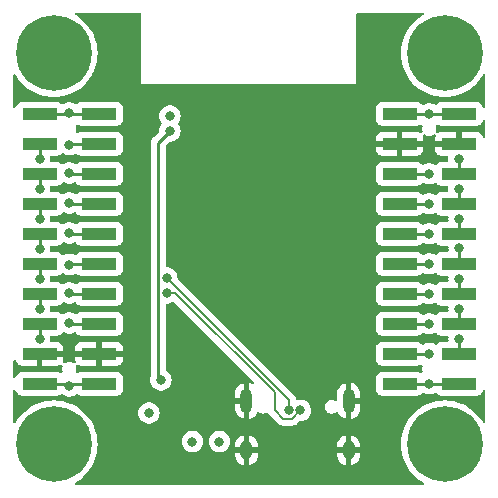
<source format=gbr>
%TF.GenerationSoftware,KiCad,Pcbnew,7.0.1*%
%TF.CreationDate,2023-09-07T21:54:11+09:00*%
%TF.ProjectId,CPU_ESP32S3WROOM,4350555f-4553-4503-9332-533357524f4f,rev?*%
%TF.SameCoordinates,Original*%
%TF.FileFunction,Copper,L6,Bot*%
%TF.FilePolarity,Positive*%
%FSLAX46Y46*%
G04 Gerber Fmt 4.6, Leading zero omitted, Abs format (unit mm)*
G04 Created by KiCad (PCBNEW 7.0.1) date 2023-09-07 21:54:11*
%MOMM*%
%LPD*%
G01*
G04 APERTURE LIST*
%TA.AperFunction,ComponentPad*%
%ADD10O,1.000000X2.100000*%
%TD*%
%TA.AperFunction,ComponentPad*%
%ADD11O,1.000000X1.600000*%
%TD*%
%TA.AperFunction,ComponentPad*%
%ADD12C,0.800000*%
%TD*%
%TA.AperFunction,ComponentPad*%
%ADD13C,6.400000*%
%TD*%
%TA.AperFunction,SMDPad,CuDef*%
%ADD14R,3.000000X1.000000*%
%TD*%
%TA.AperFunction,ViaPad*%
%ADD15C,0.800000*%
%TD*%
%TA.AperFunction,Conductor*%
%ADD16C,0.250000*%
%TD*%
%TA.AperFunction,Conductor*%
%ADD17C,0.200000*%
%TD*%
G04 APERTURE END LIST*
D10*
%TO.P,J1,S1,SHIELD*%
%TO.N,GND*%
X144410000Y-110730000D03*
D11*
X144410000Y-114910000D03*
D10*
X153050000Y-110730000D03*
D11*
X153050000Y-114910000D03*
%TD*%
D12*
%TO.P,H2,1*%
%TO.N,N/C*%
X158795000Y-114400000D03*
X159497944Y-112702944D03*
X159497944Y-116097056D03*
X161195000Y-112000000D03*
D13*
X161195000Y-114400000D03*
D12*
X161195000Y-116800000D03*
X162892056Y-112702944D03*
X162892056Y-116097056D03*
X163595000Y-114400000D03*
%TD*%
%TO.P,H4,1*%
%TO.N,N/C*%
X125695000Y-114400000D03*
X126397944Y-112702944D03*
X126397944Y-116097056D03*
X128095000Y-112000000D03*
D13*
X128095000Y-114400000D03*
D12*
X128095000Y-116800000D03*
X129792056Y-112702944D03*
X129792056Y-116097056D03*
X130495000Y-114400000D03*
%TD*%
%TO.P,H3,1*%
%TO.N,N/C*%
X125695000Y-81300000D03*
X126397944Y-79602944D03*
X126397944Y-82997056D03*
X128095000Y-78900000D03*
D13*
X128095000Y-81300000D03*
D12*
X128095000Y-83700000D03*
X129792056Y-79602944D03*
X129792056Y-82997056D03*
X130495000Y-81300000D03*
%TD*%
%TO.P,H1,1*%
%TO.N,N/C*%
X158795000Y-81300000D03*
X159497944Y-79602944D03*
X159497944Y-82997056D03*
X161195000Y-78900000D03*
D13*
X161195000Y-81300000D03*
D12*
X161195000Y-83700000D03*
X162892056Y-79602944D03*
X162892056Y-82997056D03*
X163595000Y-81300000D03*
%TD*%
D14*
%TO.P,J4,1,Pin_1*%
%TO.N,+3V3*%
X157365000Y-86420000D03*
%TO.P,J4,2,Pin_2*%
X162405000Y-86420000D03*
%TO.P,J4,3,Pin_3*%
%TO.N,GND*%
X157365000Y-88960000D03*
%TO.P,J4,4,Pin_4*%
X162405000Y-88960000D03*
%TO.P,J4,5,Pin_5*%
%TO.N,/IO2*%
X157365000Y-91500000D03*
%TO.P,J4,6,Pin_6*%
%TO.N,/IO1*%
X162405000Y-91500000D03*
%TO.P,J4,7,Pin_7*%
%TO.N,/RXD0*%
X157365000Y-94040000D03*
%TO.P,J4,8,Pin_8*%
%TO.N,/TXD0*%
X162405000Y-94040000D03*
%TO.P,J4,9,Pin_9*%
%TO.N,/IO41*%
X157365000Y-96580000D03*
%TO.P,J4,10,Pin_10*%
%TO.N,/IO42*%
X162405000Y-96580000D03*
%TO.P,J4,11,Pin_11*%
%TO.N,/IO38*%
X157365000Y-99120000D03*
%TO.P,J4,12,Pin_12*%
%TO.N,/IO39*%
X162405000Y-99120000D03*
%TO.P,J4,13,Pin_13*%
%TO.N,/IO36*%
X157365000Y-101660000D03*
%TO.P,J4,14,Pin_14*%
%TO.N,/IO37*%
X162405000Y-101660000D03*
%TO.P,J4,15,Pin_15*%
%TO.N,/IO0*%
X157365000Y-104200000D03*
%TO.P,J4,16,Pin_16*%
%TO.N,/IO35*%
X162405000Y-104200000D03*
%TO.P,J4,17,Pin_17*%
%TO.N,/IO48*%
X157365000Y-106740000D03*
%TO.P,J4,18,Pin_18*%
%TO.N,/IO45*%
X162405000Y-106740000D03*
%TO.P,J4,19,Pin_19*%
%TO.N,+5V*%
X157365000Y-109280000D03*
%TO.P,J4,20,Pin_20*%
X162405000Y-109280000D03*
%TD*%
%TO.P,J2,1,Pin_1*%
%TO.N,+5V*%
X126885000Y-86420000D03*
%TO.P,J2,2,Pin_2*%
X131925000Y-86420000D03*
%TO.P,J2,3,Pin_3*%
%TO.N,/IO4*%
X126885000Y-88960000D03*
%TO.P,J2,4,Pin_4*%
%TO.N,/EN*%
X131925000Y-88960000D03*
%TO.P,J2,5,Pin_5*%
%TO.N,/IO6*%
X126885000Y-91500000D03*
%TO.P,J2,6,Pin_6*%
%TO.N,/IO5*%
X131925000Y-91500000D03*
%TO.P,J2,7,Pin_7*%
%TO.N,/IO15*%
X126885000Y-94040000D03*
%TO.P,J2,8,Pin_8*%
%TO.N,/IO7*%
X131925000Y-94040000D03*
%TO.P,J2,9,Pin_9*%
%TO.N,/IO17*%
X126885000Y-96580000D03*
%TO.P,J2,10,Pin_10*%
%TO.N,/IO16*%
X131925000Y-96580000D03*
%TO.P,J2,11,Pin_11*%
%TO.N,/IO8*%
X126885000Y-99120000D03*
%TO.P,J2,12,Pin_12*%
%TO.N,/IO18*%
X131925000Y-99120000D03*
%TO.P,J2,13,Pin_13*%
%TO.N,/IO46*%
X126885000Y-101660000D03*
%TO.P,J2,14,Pin_14*%
%TO.N,/IO3*%
X131925000Y-101660000D03*
%TO.P,J2,15,Pin_15*%
%TO.N,/IO10*%
X126885000Y-104200000D03*
%TO.P,J2,16,Pin_16*%
%TO.N,/IO9*%
X131925000Y-104200000D03*
%TO.P,J2,17,Pin_17*%
%TO.N,GND*%
X126885000Y-106740000D03*
%TO.P,J2,18,Pin_18*%
X131925000Y-106740000D03*
%TO.P,J2,19,Pin_19*%
%TO.N,+3V3*%
X126885000Y-109280000D03*
%TO.P,J2,20,Pin_20*%
X131925000Y-109280000D03*
%TD*%
D15*
%TO.N,GND*%
X151130000Y-85344000D03*
X137668000Y-113284000D03*
%TO.N,+5V*%
X136144000Y-111760000D03*
%TO.N,/EN*%
X137160000Y-108966000D03*
X137922000Y-87884000D03*
%TO.N,/D_+*%
X137668000Y-101600000D03*
%TO.N,/D_-*%
X137668000Y-100330000D03*
%TO.N,+3V3*%
X137922000Y-86614000D03*
%TO.N,/D_+*%
X148979503Y-111530000D03*
%TO.N,/D_-*%
X147980000Y-111530000D03*
%TO.N,GND*%
X159880000Y-88960000D03*
%TO.N,+3V3*%
X159880000Y-86420000D03*
%TO.N,/IO1*%
X162400000Y-90250000D03*
%TO.N,/TXD0*%
X162400000Y-92760000D03*
%TO.N,/IO42*%
X162410000Y-95310000D03*
%TO.N,/IO39*%
X162410000Y-97830000D03*
%TO.N,/IO37*%
X162410000Y-100390000D03*
%TO.N,/IO35*%
X162410000Y-102920000D03*
%TO.N,/IO45*%
X162410000Y-105470000D03*
%TO.N,+5V*%
X159890000Y-109280000D03*
%TO.N,/IO48*%
X159880000Y-106730000D03*
%TO.N,/IO0*%
X159870000Y-104200000D03*
%TO.N,/IO36*%
X159870000Y-101660000D03*
%TO.N,/IO38*%
X159880000Y-99120000D03*
%TO.N,/IO41*%
X159890000Y-96580000D03*
%TO.N,/RXD0*%
X159890000Y-94040000D03*
%TO.N,/IO2*%
X159890000Y-91500000D03*
%TO.N,+3V3*%
X139827000Y-114173000D03*
X129413000Y-109474000D03*
%TO.N,GND*%
X129413000Y-106680000D03*
%TO.N,+5V*%
X142113000Y-114173000D03*
X129413000Y-86360000D03*
%TO.N,/IO6*%
X126898400Y-92760800D03*
%TO.N,/IO7*%
X129413000Y-93980000D03*
%TO.N,/IO8*%
X126898400Y-100380800D03*
%TO.N,/IO3*%
X129413000Y-101600000D03*
%TO.N,/IO46*%
X126898400Y-102920800D03*
%TO.N,/IO9*%
X129413000Y-104140000D03*
%TO.N,/IO10*%
X126898400Y-105511600D03*
%TO.N,/EN*%
X129413000Y-89027000D03*
%TO.N,/IO18*%
X129413000Y-99187000D03*
%TO.N,/IO17*%
X126898400Y-97840800D03*
%TO.N,/IO5*%
X129413000Y-91440000D03*
%TO.N,/IO4*%
X126898400Y-90220800D03*
%TO.N,/IO16*%
X129413000Y-96520000D03*
%TO.N,/IO15*%
X126898400Y-95300800D03*
%TD*%
D16*
%TO.N,/IO37*%
X162410000Y-100390000D02*
X162410000Y-101655000D01*
X162410000Y-101655000D02*
X162405000Y-101660000D01*
%TO.N,+3V3*%
X159880000Y-86420000D02*
X162405000Y-86420000D01*
X157365000Y-86420000D02*
X159880000Y-86420000D01*
%TO.N,/IO9*%
X129473000Y-104200000D02*
X131925000Y-104200000D01*
X129413000Y-104140000D02*
X129473000Y-104200000D01*
%TO.N,/IO3*%
X129473000Y-101660000D02*
X131925000Y-101660000D01*
X129413000Y-101600000D02*
X129473000Y-101660000D01*
%TO.N,/IO18*%
X129480000Y-99120000D02*
X131925000Y-99120000D01*
X129413000Y-99187000D02*
X129480000Y-99120000D01*
%TO.N,/IO16*%
X129473000Y-96580000D02*
X131925000Y-96580000D01*
X129413000Y-96520000D02*
X129473000Y-96580000D01*
%TO.N,/IO7*%
X129473000Y-94040000D02*
X131925000Y-94040000D01*
X129413000Y-93980000D02*
X129473000Y-94040000D01*
%TO.N,+5V*%
X129353000Y-86420000D02*
X126885000Y-86420000D01*
X129413000Y-86360000D02*
X129353000Y-86420000D01*
X129473000Y-86420000D02*
X131925000Y-86420000D01*
X129413000Y-86360000D02*
X129473000Y-86420000D01*
%TO.N,/IO5*%
X129473000Y-91500000D02*
X131925000Y-91500000D01*
X129413000Y-91440000D02*
X129473000Y-91500000D01*
%TO.N,/EN*%
X129413000Y-89027000D02*
X129480000Y-88960000D01*
X129480000Y-88960000D02*
X131925000Y-88960000D01*
%TO.N,/IO4*%
X126885000Y-90207400D02*
X126898400Y-90220800D01*
X126885000Y-88960000D02*
X126885000Y-90207400D01*
%TO.N,/IO6*%
X126885000Y-92747400D02*
X126898400Y-92760800D01*
X126885000Y-91500000D02*
X126885000Y-92747400D01*
%TO.N,/IO15*%
X126885000Y-95287400D02*
X126898400Y-95300800D01*
X126885000Y-94040000D02*
X126885000Y-95287400D01*
%TO.N,/IO17*%
X126885000Y-97827400D02*
X126898400Y-97840800D01*
X126885000Y-96580000D02*
X126885000Y-97827400D01*
%TO.N,/IO8*%
X126885000Y-100367400D02*
X126898400Y-100380800D01*
X126885000Y-99120000D02*
X126885000Y-100367400D01*
%TO.N,/IO46*%
X126898400Y-101673400D02*
X126885000Y-101660000D01*
X126898400Y-102920800D02*
X126898400Y-101673400D01*
%TO.N,/IO10*%
X126885000Y-105498200D02*
X126898400Y-105511600D01*
X126885000Y-104200000D02*
X126885000Y-105498200D01*
%TO.N,+3V3*%
X129607000Y-109280000D02*
X131925000Y-109280000D01*
X129413000Y-109474000D02*
X129607000Y-109280000D01*
X129219000Y-109280000D02*
X129413000Y-109474000D01*
X126885000Y-109280000D02*
X129219000Y-109280000D01*
%TO.N,+5V*%
X159890000Y-109280000D02*
X162405000Y-109280000D01*
X157365000Y-109280000D02*
X159890000Y-109280000D01*
%TO.N,/IO35*%
X162410000Y-104195000D02*
X162405000Y-104200000D01*
X162410000Y-102920000D02*
X162410000Y-104195000D01*
%TO.N,/IO45*%
X162410000Y-106735000D02*
X162405000Y-106740000D01*
X162410000Y-105470000D02*
X162410000Y-106735000D01*
%TO.N,/IO48*%
X159870000Y-106740000D02*
X159880000Y-106730000D01*
X157365000Y-106740000D02*
X159870000Y-106740000D01*
%TO.N,/IO0*%
X157365000Y-104200000D02*
X159870000Y-104200000D01*
%TO.N,/IO36*%
X157365000Y-101660000D02*
X159870000Y-101660000D01*
%TO.N,/IO1*%
X162400000Y-91495000D02*
X162405000Y-91500000D01*
X162400000Y-90250000D02*
X162400000Y-91495000D01*
%TO.N,/TXD0*%
X162400000Y-94035000D02*
X162405000Y-94040000D01*
X162400000Y-92760000D02*
X162400000Y-94035000D01*
%TO.N,/IO42*%
X162410000Y-96575000D02*
X162405000Y-96580000D01*
X162410000Y-95310000D02*
X162410000Y-96575000D01*
%TO.N,/IO39*%
X162410000Y-99115000D02*
X162405000Y-99120000D01*
X162410000Y-97830000D02*
X162410000Y-99115000D01*
%TO.N,/IO38*%
X159880000Y-99120000D02*
X157365000Y-99120000D01*
%TO.N,/IO41*%
X159890000Y-96580000D02*
X157365000Y-96580000D01*
%TO.N,/RXD0*%
X159890000Y-94040000D02*
X157365000Y-94040000D01*
%TO.N,/IO2*%
X159890000Y-91500000D02*
X157365000Y-91500000D01*
%TO.N,/EN*%
X136943000Y-108749000D02*
X137160000Y-108966000D01*
X136943000Y-88863000D02*
X136943000Y-108749000D01*
X137922000Y-87884000D02*
X136943000Y-88863000D01*
D17*
%TO.N,/D_+*%
X148279503Y-112230000D02*
X148979503Y-111530000D01*
X147536000Y-112230000D02*
X148279503Y-112230000D01*
X146783157Y-110010843D02*
X146783157Y-111477157D01*
X146783157Y-111477157D02*
X147536000Y-112230000D01*
X138372314Y-101600000D02*
X146783157Y-110010843D01*
X137668000Y-101600000D02*
X138372314Y-101600000D01*
%TO.N,/D_-*%
X147980000Y-110642000D02*
X147980000Y-111530000D01*
X137668000Y-100330000D02*
X147980000Y-110642000D01*
%TD*%
%TA.AperFunction,Conductor*%
%TO.N,GND*%
G36*
X135458000Y-77867113D02*
G01*
X135503387Y-77912500D01*
X135520000Y-77974500D01*
X135520000Y-83890000D01*
X153720000Y-83890000D01*
X153720000Y-77974500D01*
X153736613Y-77912500D01*
X153782000Y-77867113D01*
X153844000Y-77850500D01*
X159297476Y-77850500D01*
X159360597Y-77867768D01*
X159406138Y-77914763D01*
X159421415Y-77978396D01*
X159402172Y-78040944D01*
X159353769Y-78084985D01*
X159342213Y-78090872D01*
X159016919Y-78302121D01*
X158715480Y-78546222D01*
X158441222Y-78820480D01*
X158197121Y-79121919D01*
X157985876Y-79447206D01*
X157809785Y-79792806D01*
X157670785Y-80154913D01*
X157570396Y-80529570D01*
X157509722Y-80912659D01*
X157489422Y-81300000D01*
X157509722Y-81687340D01*
X157570396Y-82070429D01*
X157670785Y-82445086D01*
X157809785Y-82807193D01*
X157985876Y-83152793D01*
X158197121Y-83478080D01*
X158197124Y-83478084D01*
X158441219Y-83779516D01*
X158715484Y-84053781D01*
X159016916Y-84297876D01*
X159016918Y-84297877D01*
X159016919Y-84297878D01*
X159342206Y-84509123D01*
X159687806Y-84685214D01*
X160049913Y-84824214D01*
X160424570Y-84924603D01*
X160616114Y-84954939D01*
X160807662Y-84985278D01*
X161195000Y-85005578D01*
X161582338Y-84985278D01*
X161831686Y-84945785D01*
X161965429Y-84924603D01*
X161965433Y-84924602D01*
X162340087Y-84824214D01*
X162702194Y-84685214D01*
X163047789Y-84509125D01*
X163047788Y-84509125D01*
X163047793Y-84509123D01*
X163210436Y-84403500D01*
X163373084Y-84297876D01*
X163674516Y-84053781D01*
X163948781Y-83779516D01*
X164192876Y-83478084D01*
X164404125Y-83152789D01*
X164404127Y-83152786D01*
X164410015Y-83141231D01*
X164454056Y-83092828D01*
X164516604Y-83073585D01*
X164580237Y-83088862D01*
X164627232Y-83134403D01*
X164644500Y-83197524D01*
X164644500Y-85783198D01*
X164625762Y-85848741D01*
X164575211Y-85894475D01*
X164508126Y-85906579D01*
X164444780Y-85881394D01*
X164404318Y-85826531D01*
X164388155Y-85783197D01*
X164348796Y-85677669D01*
X164262546Y-85562454D01*
X164147331Y-85476204D01*
X164012483Y-85425909D01*
X163952873Y-85419500D01*
X163952869Y-85419500D01*
X160857130Y-85419500D01*
X160797515Y-85425909D01*
X160662669Y-85476204D01*
X160547452Y-85562454D01*
X160509478Y-85613182D01*
X160459565Y-85652625D01*
X160396663Y-85662128D01*
X160337326Y-85639188D01*
X160332727Y-85635846D01*
X160159802Y-85558855D01*
X159974648Y-85519500D01*
X159974646Y-85519500D01*
X159785354Y-85519500D01*
X159785352Y-85519500D01*
X159600197Y-85558855D01*
X159415365Y-85641149D01*
X159414857Y-85640009D01*
X159369803Y-85657423D01*
X159306905Y-85647917D01*
X159256997Y-85608475D01*
X159222546Y-85562454D01*
X159107331Y-85476204D01*
X158972483Y-85425909D01*
X158912873Y-85419500D01*
X158912869Y-85419500D01*
X155817130Y-85419500D01*
X155757515Y-85425909D01*
X155622669Y-85476204D01*
X155507454Y-85562454D01*
X155421204Y-85677668D01*
X155370909Y-85812515D01*
X155370909Y-85812517D01*
X155367015Y-85848741D01*
X155364500Y-85872130D01*
X155364500Y-86967869D01*
X155370909Y-87027484D01*
X155391249Y-87082017D01*
X155421204Y-87162331D01*
X155507454Y-87277546D01*
X155622669Y-87363796D01*
X155757517Y-87414091D01*
X155817127Y-87420500D01*
X158912872Y-87420499D01*
X158972483Y-87414091D01*
X159107331Y-87363796D01*
X159126414Y-87349509D01*
X159185708Y-87325690D01*
X159248992Y-87334557D01*
X159299457Y-87373758D01*
X159323701Y-87432883D01*
X159315286Y-87496228D01*
X159299956Y-87533239D01*
X159279317Y-87689999D01*
X159299956Y-87846762D01*
X159315660Y-87884675D01*
X159324076Y-87948020D01*
X159299833Y-88007144D01*
X159249368Y-88046346D01*
X159186085Y-88055215D01*
X159126789Y-88031394D01*
X159107091Y-88016648D01*
X158972375Y-87966402D01*
X158912824Y-87960000D01*
X157615000Y-87960000D01*
X157615000Y-88710000D01*
X159365000Y-88710000D01*
X159365000Y-88412176D01*
X159358597Y-88352624D01*
X159347703Y-88323416D01*
X159341457Y-88260393D01*
X159367146Y-88202505D01*
X159418070Y-88164854D01*
X159480945Y-88157259D01*
X159539370Y-88181703D01*
X159582159Y-88214536D01*
X159582160Y-88214536D01*
X159582161Y-88214537D01*
X159615253Y-88228244D01*
X159728238Y-88275044D01*
X159885000Y-88295682D01*
X160041762Y-88275044D01*
X160187841Y-88214536D01*
X160220289Y-88189638D01*
X160230629Y-88181704D01*
X160289052Y-88157260D01*
X160351927Y-88164853D01*
X160402851Y-88202504D01*
X160428542Y-88260391D01*
X160422297Y-88323413D01*
X160411402Y-88352622D01*
X160405000Y-88412176D01*
X160405000Y-88710000D01*
X162155000Y-88710000D01*
X162155000Y-87960000D01*
X160857176Y-87960000D01*
X160797624Y-87966402D01*
X160662908Y-88016648D01*
X160643209Y-88031395D01*
X160583912Y-88055215D01*
X160520629Y-88046346D01*
X160470165Y-88007143D01*
X160445922Y-87948018D01*
X160454339Y-87884675D01*
X160470044Y-87846762D01*
X160490682Y-87690000D01*
X160470044Y-87533238D01*
X160454713Y-87496227D01*
X160446298Y-87432885D01*
X160470541Y-87373760D01*
X160521005Y-87334558D01*
X160584289Y-87325689D01*
X160643585Y-87349510D01*
X160646623Y-87351784D01*
X160662669Y-87363796D01*
X160797517Y-87414091D01*
X160857127Y-87420500D01*
X163952872Y-87420499D01*
X164012483Y-87414091D01*
X164147331Y-87363796D01*
X164262546Y-87277546D01*
X164348796Y-87162331D01*
X164399091Y-87027483D01*
X164399090Y-87027483D01*
X164404318Y-87013469D01*
X164444780Y-86958607D01*
X164508126Y-86933422D01*
X164575211Y-86945526D01*
X164625762Y-86991260D01*
X164644500Y-87056803D01*
X164644500Y-88326461D01*
X164628976Y-88386535D01*
X164586293Y-88431567D01*
X164527136Y-88450283D01*
X164466317Y-88437997D01*
X164419065Y-88397784D01*
X164407128Y-88366066D01*
X164404041Y-88367218D01*
X164348352Y-88217910D01*
X164262188Y-88102811D01*
X164147089Y-88016647D01*
X164012375Y-87966402D01*
X163952824Y-87960000D01*
X162655000Y-87960000D01*
X162655000Y-89086000D01*
X162638387Y-89148000D01*
X162593000Y-89193387D01*
X162531000Y-89210000D01*
X160405000Y-89210000D01*
X160405000Y-89507824D01*
X160411402Y-89567375D01*
X160461647Y-89702089D01*
X160547811Y-89817188D01*
X160662910Y-89903352D01*
X160797624Y-89953597D01*
X160857176Y-89960000D01*
X161387304Y-89960000D01*
X161453014Y-89978842D01*
X161498754Y-90029642D01*
X161510624Y-90096959D01*
X161510572Y-90097461D01*
X161494540Y-90250000D01*
X161506368Y-90362539D01*
X161494497Y-90429858D01*
X161448757Y-90480658D01*
X161383047Y-90499500D01*
X160857130Y-90499500D01*
X160797515Y-90505909D01*
X160662669Y-90556204D01*
X160547452Y-90642454D01*
X160513001Y-90688476D01*
X160463089Y-90727919D01*
X160400186Y-90737422D01*
X160355143Y-90720008D01*
X160354636Y-90721149D01*
X160169802Y-90638855D01*
X159984648Y-90599500D01*
X159984646Y-90599500D01*
X159795354Y-90599500D01*
X159795352Y-90599500D01*
X159610197Y-90638855D01*
X159437268Y-90715849D01*
X159432667Y-90719192D01*
X159373331Y-90742128D01*
X159310430Y-90732624D01*
X159260520Y-90693181D01*
X159232573Y-90655849D01*
X159222546Y-90642454D01*
X159107331Y-90556204D01*
X158972483Y-90505909D01*
X158912873Y-90499500D01*
X158912869Y-90499500D01*
X155817130Y-90499500D01*
X155757515Y-90505909D01*
X155622669Y-90556204D01*
X155507454Y-90642454D01*
X155421204Y-90757668D01*
X155370909Y-90892515D01*
X155370909Y-90892517D01*
X155367015Y-90928741D01*
X155364500Y-90952130D01*
X155364500Y-92047869D01*
X155370909Y-92107484D01*
X155391249Y-92162017D01*
X155421204Y-92242331D01*
X155507454Y-92357546D01*
X155622669Y-92443796D01*
X155757517Y-92494091D01*
X155817127Y-92500500D01*
X158912872Y-92500499D01*
X158972483Y-92494091D01*
X159107331Y-92443796D01*
X159222546Y-92357546D01*
X159260520Y-92306818D01*
X159310433Y-92267374D01*
X159373337Y-92257872D01*
X159432674Y-92280812D01*
X159437270Y-92284151D01*
X159437271Y-92284151D01*
X159437272Y-92284152D01*
X159610197Y-92361144D01*
X159795352Y-92400500D01*
X159795354Y-92400500D01*
X159984646Y-92400500D01*
X159984648Y-92400500D01*
X160108084Y-92374262D01*
X160169803Y-92361144D01*
X160342730Y-92284151D01*
X160342730Y-92284150D01*
X160354636Y-92278850D01*
X160355144Y-92279991D01*
X160400181Y-92262578D01*
X160463085Y-92272079D01*
X160513000Y-92311523D01*
X160547452Y-92357545D01*
X160552260Y-92361144D01*
X160662669Y-92443796D01*
X160797517Y-92494091D01*
X160857127Y-92500500D01*
X161384098Y-92500499D01*
X161449808Y-92519341D01*
X161495548Y-92570141D01*
X161507419Y-92637460D01*
X161494540Y-92759999D01*
X161509521Y-92902539D01*
X161497650Y-92969858D01*
X161451910Y-93020658D01*
X161386200Y-93039500D01*
X160857130Y-93039500D01*
X160797515Y-93045909D01*
X160662669Y-93096204D01*
X160547452Y-93182454D01*
X160513001Y-93228476D01*
X160463089Y-93267919D01*
X160400186Y-93277422D01*
X160355143Y-93260008D01*
X160354636Y-93261149D01*
X160169802Y-93178855D01*
X159984648Y-93139500D01*
X159984646Y-93139500D01*
X159795354Y-93139500D01*
X159795352Y-93139500D01*
X159610197Y-93178855D01*
X159437268Y-93255849D01*
X159432667Y-93259192D01*
X159373331Y-93282128D01*
X159310430Y-93272624D01*
X159260520Y-93233181D01*
X159232573Y-93195849D01*
X159222546Y-93182454D01*
X159107331Y-93096204D01*
X158972483Y-93045909D01*
X158912873Y-93039500D01*
X158912869Y-93039500D01*
X155817130Y-93039500D01*
X155757515Y-93045909D01*
X155622669Y-93096204D01*
X155507454Y-93182454D01*
X155421204Y-93297668D01*
X155370909Y-93432515D01*
X155370909Y-93432517D01*
X155367015Y-93468741D01*
X155364500Y-93492130D01*
X155364500Y-94587869D01*
X155370909Y-94647484D01*
X155391249Y-94702017D01*
X155421204Y-94782331D01*
X155507454Y-94897546D01*
X155622669Y-94983796D01*
X155757517Y-95034091D01*
X155817127Y-95040500D01*
X158912872Y-95040499D01*
X158972483Y-95034091D01*
X159107331Y-94983796D01*
X159222546Y-94897546D01*
X159260520Y-94846818D01*
X159310433Y-94807374D01*
X159373337Y-94797872D01*
X159432674Y-94820812D01*
X159437270Y-94824151D01*
X159437271Y-94824151D01*
X159437272Y-94824152D01*
X159610197Y-94901144D01*
X159795352Y-94940500D01*
X159795354Y-94940500D01*
X159984646Y-94940500D01*
X159984648Y-94940500D01*
X160108084Y-94914262D01*
X160169803Y-94901144D01*
X160342730Y-94824151D01*
X160342730Y-94824150D01*
X160354636Y-94818850D01*
X160355144Y-94819991D01*
X160400181Y-94802578D01*
X160463085Y-94812079D01*
X160513000Y-94851523D01*
X160547452Y-94897545D01*
X160552260Y-94901144D01*
X160662669Y-94983796D01*
X160797517Y-95034091D01*
X160857127Y-95040500D01*
X161395149Y-95040499D01*
X161460859Y-95059341D01*
X161506599Y-95110141D01*
X161518470Y-95177460D01*
X161504540Y-95309999D01*
X161518470Y-95442539D01*
X161506599Y-95509858D01*
X161460859Y-95560658D01*
X161395149Y-95579500D01*
X160857130Y-95579500D01*
X160797515Y-95585909D01*
X160662669Y-95636204D01*
X160547452Y-95722454D01*
X160513001Y-95768476D01*
X160463089Y-95807919D01*
X160400186Y-95817422D01*
X160355143Y-95800008D01*
X160354636Y-95801149D01*
X160169802Y-95718855D01*
X159984648Y-95679500D01*
X159984646Y-95679500D01*
X159795354Y-95679500D01*
X159795352Y-95679500D01*
X159610197Y-95718855D01*
X159437268Y-95795849D01*
X159432667Y-95799192D01*
X159373331Y-95822128D01*
X159310430Y-95812624D01*
X159260520Y-95773181D01*
X159232573Y-95735849D01*
X159222546Y-95722454D01*
X159107331Y-95636204D01*
X158972483Y-95585909D01*
X158912873Y-95579500D01*
X158912869Y-95579500D01*
X155817130Y-95579500D01*
X155757515Y-95585909D01*
X155622669Y-95636204D01*
X155507454Y-95722454D01*
X155421204Y-95837668D01*
X155370909Y-95972515D01*
X155370909Y-95972517D01*
X155367015Y-96008741D01*
X155364500Y-96032130D01*
X155364500Y-97127869D01*
X155370909Y-97187484D01*
X155391249Y-97242017D01*
X155421204Y-97322331D01*
X155507454Y-97437546D01*
X155622669Y-97523796D01*
X155757517Y-97574091D01*
X155817127Y-97580500D01*
X158912872Y-97580499D01*
X158972483Y-97574091D01*
X159107331Y-97523796D01*
X159222546Y-97437546D01*
X159260520Y-97386818D01*
X159310433Y-97347374D01*
X159373337Y-97337872D01*
X159432674Y-97360812D01*
X159437270Y-97364151D01*
X159437271Y-97364151D01*
X159437272Y-97364152D01*
X159610197Y-97441144D01*
X159795352Y-97480500D01*
X159795354Y-97480500D01*
X159984646Y-97480500D01*
X159984648Y-97480500D01*
X160108084Y-97454262D01*
X160169803Y-97441144D01*
X160342730Y-97364151D01*
X160342730Y-97364150D01*
X160354636Y-97358850D01*
X160355144Y-97359991D01*
X160400181Y-97342578D01*
X160463085Y-97352079D01*
X160513000Y-97391523D01*
X160547452Y-97437545D01*
X160552260Y-97441144D01*
X160662669Y-97523796D01*
X160797517Y-97574091D01*
X160857127Y-97580500D01*
X161393047Y-97580499D01*
X161458757Y-97599341D01*
X161504497Y-97650141D01*
X161516368Y-97717460D01*
X161504540Y-97829999D01*
X161520572Y-97982539D01*
X161508701Y-98049858D01*
X161462961Y-98100658D01*
X161397251Y-98119500D01*
X160857130Y-98119500D01*
X160797515Y-98125909D01*
X160662669Y-98176204D01*
X160547452Y-98262454D01*
X160509478Y-98313182D01*
X160459565Y-98352625D01*
X160396663Y-98362128D01*
X160337326Y-98339188D01*
X160332727Y-98335846D01*
X160159802Y-98258855D01*
X159974648Y-98219500D01*
X159974646Y-98219500D01*
X159785354Y-98219500D01*
X159785352Y-98219500D01*
X159600197Y-98258855D01*
X159415365Y-98341149D01*
X159414857Y-98340009D01*
X159369803Y-98357423D01*
X159306905Y-98347917D01*
X159256997Y-98308475D01*
X159222546Y-98262454D01*
X159107331Y-98176204D01*
X158972483Y-98125909D01*
X158912873Y-98119500D01*
X158912869Y-98119500D01*
X155817130Y-98119500D01*
X155757515Y-98125909D01*
X155622669Y-98176204D01*
X155507454Y-98262454D01*
X155421204Y-98377668D01*
X155370909Y-98512515D01*
X155370909Y-98512517D01*
X155367015Y-98548741D01*
X155364500Y-98572130D01*
X155364500Y-99667869D01*
X155370909Y-99727484D01*
X155396056Y-99794906D01*
X155421204Y-99862331D01*
X155507454Y-99977546D01*
X155622669Y-100063796D01*
X155757517Y-100114091D01*
X155817127Y-100120500D01*
X158912872Y-100120499D01*
X158972483Y-100114091D01*
X159107331Y-100063796D01*
X159222546Y-99977546D01*
X159256998Y-99931523D01*
X159306911Y-99892080D01*
X159369813Y-99882577D01*
X159414856Y-99899990D01*
X159415364Y-99898850D01*
X159427269Y-99904150D01*
X159427270Y-99904151D01*
X159556559Y-99961715D01*
X159600197Y-99981144D01*
X159785352Y-100020500D01*
X159785354Y-100020500D01*
X159974646Y-100020500D01*
X159974648Y-100020500D01*
X160098083Y-99994262D01*
X160159803Y-99981144D01*
X160332730Y-99904151D01*
X160337328Y-99900810D01*
X160396663Y-99877871D01*
X160459566Y-99887374D01*
X160509479Y-99926818D01*
X160542666Y-99971151D01*
X160547454Y-99977546D01*
X160662669Y-100063796D01*
X160797517Y-100114091D01*
X160857127Y-100120500D01*
X161395149Y-100120499D01*
X161460859Y-100139341D01*
X161506599Y-100190141D01*
X161518470Y-100257460D01*
X161504540Y-100389999D01*
X161518470Y-100522539D01*
X161506599Y-100589858D01*
X161460859Y-100640658D01*
X161395149Y-100659500D01*
X160857130Y-100659500D01*
X160797515Y-100665909D01*
X160662669Y-100716204D01*
X160547452Y-100802454D01*
X160505955Y-100857888D01*
X160456043Y-100897331D01*
X160393142Y-100906834D01*
X160333806Y-100883896D01*
X160322729Y-100875848D01*
X160149802Y-100798855D01*
X159964648Y-100759500D01*
X159964646Y-100759500D01*
X159775354Y-100759500D01*
X159775352Y-100759500D01*
X159590197Y-100798855D01*
X159405364Y-100881149D01*
X159404020Y-100878132D01*
X159366266Y-100892718D01*
X159303376Y-100883208D01*
X159253474Y-100843769D01*
X159232573Y-100815849D01*
X159222546Y-100802454D01*
X159217738Y-100798855D01*
X159107331Y-100716204D01*
X158972483Y-100665909D01*
X158912873Y-100659500D01*
X158912869Y-100659500D01*
X155817130Y-100659500D01*
X155757515Y-100665909D01*
X155622669Y-100716204D01*
X155507454Y-100802454D01*
X155421204Y-100917668D01*
X155370909Y-101052515D01*
X155370909Y-101052517D01*
X155367015Y-101088741D01*
X155364500Y-101112130D01*
X155364500Y-102207869D01*
X155370909Y-102267484D01*
X155391249Y-102322017D01*
X155421204Y-102402331D01*
X155507454Y-102517546D01*
X155622669Y-102603796D01*
X155757517Y-102654091D01*
X155817127Y-102660500D01*
X158912872Y-102660499D01*
X158972483Y-102654091D01*
X159107331Y-102603796D01*
X159222546Y-102517546D01*
X159253475Y-102476229D01*
X159303396Y-102436782D01*
X159366309Y-102427284D01*
X159404018Y-102441871D01*
X159405364Y-102438850D01*
X159417269Y-102444150D01*
X159417270Y-102444151D01*
X159455439Y-102461145D01*
X159590197Y-102521144D01*
X159775352Y-102560500D01*
X159775354Y-102560500D01*
X159964646Y-102560500D01*
X159964648Y-102560500D01*
X160088083Y-102534262D01*
X160149803Y-102521144D01*
X160322730Y-102444151D01*
X160333803Y-102436105D01*
X160393137Y-102413165D01*
X160456042Y-102422667D01*
X160505956Y-102462112D01*
X160547452Y-102517544D01*
X160547453Y-102517544D01*
X160547454Y-102517546D01*
X160662669Y-102603796D01*
X160797517Y-102654091D01*
X160857127Y-102660500D01*
X161394098Y-102660499D01*
X161459808Y-102679341D01*
X161505548Y-102730141D01*
X161517419Y-102797460D01*
X161504540Y-102919999D01*
X161519521Y-103062539D01*
X161507650Y-103129858D01*
X161461910Y-103180658D01*
X161396200Y-103199500D01*
X160857130Y-103199500D01*
X160797515Y-103205909D01*
X160662669Y-103256204D01*
X160547452Y-103342454D01*
X160505955Y-103397888D01*
X160456043Y-103437331D01*
X160393142Y-103446834D01*
X160333806Y-103423896D01*
X160322729Y-103415848D01*
X160149802Y-103338855D01*
X159964648Y-103299500D01*
X159964646Y-103299500D01*
X159775354Y-103299500D01*
X159775352Y-103299500D01*
X159590197Y-103338855D01*
X159405364Y-103421149D01*
X159404020Y-103418132D01*
X159366266Y-103432718D01*
X159303376Y-103423208D01*
X159253474Y-103383769D01*
X159232573Y-103355849D01*
X159222546Y-103342454D01*
X159217738Y-103338855D01*
X159107331Y-103256204D01*
X158972483Y-103205909D01*
X158972482Y-103205908D01*
X158912873Y-103199500D01*
X158912869Y-103199500D01*
X155817130Y-103199500D01*
X155757515Y-103205909D01*
X155622669Y-103256204D01*
X155507454Y-103342454D01*
X155421204Y-103457668D01*
X155370909Y-103592515D01*
X155370909Y-103592517D01*
X155367015Y-103628741D01*
X155364500Y-103652130D01*
X155364500Y-104747869D01*
X155370909Y-104807484D01*
X155391249Y-104862017D01*
X155421204Y-104942331D01*
X155507454Y-105057546D01*
X155622669Y-105143796D01*
X155757517Y-105194091D01*
X155817127Y-105200500D01*
X158912872Y-105200499D01*
X158972483Y-105194091D01*
X159107331Y-105143796D01*
X159222546Y-105057546D01*
X159253475Y-105016229D01*
X159303396Y-104976782D01*
X159366309Y-104967284D01*
X159404018Y-104981871D01*
X159405364Y-104978850D01*
X159417269Y-104984150D01*
X159417270Y-104984151D01*
X159455439Y-105001145D01*
X159590197Y-105061144D01*
X159775352Y-105100500D01*
X159775354Y-105100500D01*
X159964646Y-105100500D01*
X159964648Y-105100500D01*
X160088083Y-105074262D01*
X160149803Y-105061144D01*
X160322730Y-104984151D01*
X160333803Y-104976105D01*
X160393137Y-104953165D01*
X160456042Y-104962667D01*
X160505956Y-105002112D01*
X160547452Y-105057544D01*
X160547453Y-105057544D01*
X160547454Y-105057546D01*
X160662669Y-105143796D01*
X160797517Y-105194091D01*
X160857127Y-105200500D01*
X161395149Y-105200499D01*
X161460859Y-105219341D01*
X161506599Y-105270141D01*
X161518470Y-105337460D01*
X161504540Y-105469999D01*
X161518470Y-105602539D01*
X161506599Y-105669858D01*
X161460859Y-105720658D01*
X161395149Y-105739500D01*
X160857130Y-105739500D01*
X160797515Y-105745909D01*
X160662669Y-105796204D01*
X160547451Y-105882456D01*
X160514327Y-105926704D01*
X160464416Y-105966148D01*
X160401514Y-105975651D01*
X160342178Y-105952713D01*
X160332728Y-105945847D01*
X160159802Y-105868855D01*
X159974648Y-105829500D01*
X159974646Y-105829500D01*
X159785354Y-105829500D01*
X159785352Y-105829500D01*
X159600197Y-105868855D01*
X159427266Y-105945850D01*
X159424293Y-105948010D01*
X159364957Y-105970945D01*
X159302057Y-105961440D01*
X159252148Y-105921997D01*
X159222547Y-105882455D01*
X159107331Y-105796204D01*
X158972483Y-105745909D01*
X158912873Y-105739500D01*
X158912869Y-105739500D01*
X155817130Y-105739500D01*
X155757515Y-105745909D01*
X155622669Y-105796204D01*
X155507454Y-105882454D01*
X155421204Y-105997668D01*
X155409019Y-106030337D01*
X155370909Y-106132517D01*
X155365322Y-106184488D01*
X155364500Y-106192130D01*
X155364500Y-107287869D01*
X155370909Y-107347484D01*
X155392107Y-107404317D01*
X155421204Y-107482331D01*
X155507454Y-107597546D01*
X155622669Y-107683796D01*
X155757517Y-107734091D01*
X155817127Y-107740500D01*
X158912872Y-107740499D01*
X158972483Y-107734091D01*
X159107331Y-107683796D01*
X159126414Y-107669509D01*
X159185708Y-107645690D01*
X159248992Y-107654557D01*
X159299457Y-107693758D01*
X159323701Y-107752883D01*
X159315286Y-107816228D01*
X159299956Y-107853239D01*
X159279317Y-108010000D01*
X159299956Y-108166762D01*
X159315285Y-108203770D01*
X159323701Y-108267115D01*
X159299458Y-108326239D01*
X159248994Y-108365441D01*
X159185710Y-108374310D01*
X159126414Y-108350489D01*
X159107333Y-108336205D01*
X159107331Y-108336204D01*
X158972483Y-108285909D01*
X158912873Y-108279500D01*
X158912869Y-108279500D01*
X155817130Y-108279500D01*
X155757515Y-108285909D01*
X155622669Y-108336204D01*
X155507454Y-108422454D01*
X155421204Y-108537668D01*
X155370909Y-108672515D01*
X155370909Y-108672517D01*
X155367015Y-108708741D01*
X155364500Y-108732130D01*
X155364500Y-109827869D01*
X155370909Y-109887484D01*
X155396056Y-109954907D01*
X155421204Y-110022331D01*
X155507454Y-110137546D01*
X155622669Y-110223796D01*
X155757517Y-110274091D01*
X155817127Y-110280500D01*
X158912872Y-110280499D01*
X158972483Y-110274091D01*
X159107331Y-110223796D01*
X159222546Y-110137546D01*
X159260520Y-110086818D01*
X159310433Y-110047374D01*
X159373337Y-110037872D01*
X159432674Y-110060812D01*
X159437270Y-110064151D01*
X159437271Y-110064151D01*
X159437272Y-110064152D01*
X159610197Y-110141144D01*
X159795352Y-110180500D01*
X159795354Y-110180500D01*
X159984646Y-110180500D01*
X159984648Y-110180500D01*
X160121044Y-110151508D01*
X160169803Y-110141144D01*
X160342730Y-110064151D01*
X160342730Y-110064150D01*
X160354636Y-110058850D01*
X160355144Y-110059991D01*
X160400181Y-110042578D01*
X160463085Y-110052079D01*
X160513000Y-110091523D01*
X160547452Y-110137545D01*
X160593784Y-110172229D01*
X160662669Y-110223796D01*
X160797517Y-110274091D01*
X160857127Y-110280500D01*
X163952872Y-110280499D01*
X164012483Y-110274091D01*
X164147331Y-110223796D01*
X164262546Y-110137546D01*
X164348796Y-110022331D01*
X164399091Y-109887483D01*
X164399090Y-109887483D01*
X164404318Y-109873469D01*
X164444780Y-109818607D01*
X164508126Y-109793422D01*
X164575211Y-109805526D01*
X164625762Y-109851260D01*
X164644500Y-109916803D01*
X164644500Y-112502476D01*
X164627232Y-112565597D01*
X164580237Y-112611138D01*
X164516604Y-112626415D01*
X164454056Y-112607172D01*
X164410015Y-112558769D01*
X164404127Y-112547213D01*
X164192878Y-112221919D01*
X164177467Y-112202888D01*
X163948781Y-111920484D01*
X163674516Y-111646219D01*
X163373084Y-111402124D01*
X163373082Y-111402123D01*
X163373080Y-111402121D01*
X163047793Y-111190876D01*
X162702193Y-111014785D01*
X162340086Y-110875785D01*
X161965429Y-110775396D01*
X161582340Y-110714722D01*
X161195000Y-110694422D01*
X160807659Y-110714722D01*
X160424570Y-110775396D01*
X160049913Y-110875785D01*
X159687806Y-111014785D01*
X159342206Y-111190876D01*
X159016919Y-111402121D01*
X158715480Y-111646222D01*
X158441222Y-111920480D01*
X158197121Y-112221919D01*
X157985876Y-112547206D01*
X157809785Y-112892806D01*
X157670785Y-113254913D01*
X157570396Y-113629570D01*
X157509722Y-114012659D01*
X157491452Y-114361257D01*
X157489422Y-114400000D01*
X157495098Y-114508311D01*
X157509722Y-114787340D01*
X157570396Y-115170429D01*
X157670785Y-115545086D01*
X157809785Y-115907193D01*
X157985876Y-116252793D01*
X158197121Y-116578080D01*
X158197124Y-116578084D01*
X158441219Y-116879516D01*
X158715484Y-117153781D01*
X159016916Y-117397876D01*
X159016918Y-117397877D01*
X159016919Y-117397878D01*
X159342213Y-117609127D01*
X159353769Y-117615015D01*
X159402172Y-117659056D01*
X159421415Y-117721604D01*
X159406138Y-117785237D01*
X159360597Y-117832232D01*
X159297476Y-117849500D01*
X129992524Y-117849500D01*
X129929403Y-117832232D01*
X129883862Y-117785237D01*
X129868585Y-117721604D01*
X129887828Y-117659056D01*
X129936231Y-117615015D01*
X129947786Y-117609127D01*
X129973721Y-117592284D01*
X130273084Y-117397876D01*
X130574516Y-117153781D01*
X130848781Y-116879516D01*
X131092876Y-116578084D01*
X131198500Y-116415436D01*
X131304123Y-116252793D01*
X131464247Y-115938531D01*
X131480214Y-115907194D01*
X131619214Y-115545087D01*
X131719602Y-115170433D01*
X131721255Y-115160000D01*
X143410000Y-115160000D01*
X143410000Y-115260710D01*
X143425419Y-115412339D01*
X143486303Y-115606389D01*
X143585003Y-115784214D01*
X143717479Y-115938531D01*
X143878307Y-116063021D01*
X144060905Y-116152589D01*
X144159999Y-116178246D01*
X144160000Y-116178246D01*
X144160000Y-115160000D01*
X144660000Y-115160000D01*
X144660000Y-116183366D01*
X144661948Y-116183067D01*
X144852663Y-116112435D01*
X145025263Y-116004854D01*
X145172669Y-115864733D01*
X145288855Y-115697805D01*
X145369059Y-115510907D01*
X145410000Y-115311689D01*
X145410000Y-115160000D01*
X152050000Y-115160000D01*
X152050000Y-115260710D01*
X152065419Y-115412339D01*
X152126303Y-115606389D01*
X152225003Y-115784214D01*
X152357479Y-115938531D01*
X152518307Y-116063021D01*
X152700905Y-116152589D01*
X152799999Y-116178246D01*
X152800000Y-116178247D01*
X152800000Y-115160000D01*
X153300000Y-115160000D01*
X153300000Y-116183366D01*
X153301948Y-116183067D01*
X153492663Y-116112435D01*
X153665263Y-116004854D01*
X153812669Y-115864733D01*
X153928855Y-115697805D01*
X154009059Y-115510907D01*
X154050000Y-115311689D01*
X154050000Y-115160000D01*
X153300000Y-115160000D01*
X152800000Y-115160000D01*
X152050000Y-115160000D01*
X145410000Y-115160000D01*
X144660000Y-115160000D01*
X144160000Y-115160000D01*
X143410000Y-115160000D01*
X131721255Y-115160000D01*
X131771004Y-114845889D01*
X131780278Y-114787338D01*
X131800578Y-114400000D01*
X131788681Y-114173000D01*
X138921540Y-114173000D01*
X138941326Y-114361257D01*
X138999820Y-114541284D01*
X139094466Y-114705216D01*
X139221129Y-114845889D01*
X139374269Y-114957151D01*
X139547197Y-115034144D01*
X139732352Y-115073500D01*
X139732354Y-115073500D01*
X139921646Y-115073500D01*
X139921648Y-115073500D01*
X140045084Y-115047262D01*
X140106803Y-115034144D01*
X140279730Y-114957151D01*
X140432871Y-114845888D01*
X140559533Y-114705216D01*
X140654179Y-114541284D01*
X140712674Y-114361256D01*
X140732460Y-114173000D01*
X141207540Y-114173000D01*
X141227326Y-114361257D01*
X141285820Y-114541284D01*
X141380466Y-114705216D01*
X141507129Y-114845889D01*
X141660269Y-114957151D01*
X141833197Y-115034144D01*
X142018352Y-115073500D01*
X142018354Y-115073500D01*
X142207646Y-115073500D01*
X142207648Y-115073500D01*
X142331084Y-115047262D01*
X142392803Y-115034144D01*
X142565730Y-114957151D01*
X142718871Y-114845888D01*
X142845533Y-114705216D01*
X142871638Y-114660000D01*
X143410000Y-114660000D01*
X144160000Y-114660000D01*
X144160000Y-113641753D01*
X144660000Y-113641753D01*
X144660000Y-114660000D01*
X145410000Y-114660000D01*
X152050000Y-114660000D01*
X152800000Y-114660000D01*
X152800000Y-113641753D01*
X153300000Y-113641753D01*
X153300000Y-114660000D01*
X154050000Y-114660000D01*
X154050000Y-114559290D01*
X154034580Y-114407660D01*
X153973696Y-114213610D01*
X153874996Y-114035785D01*
X153742520Y-113881468D01*
X153581692Y-113756978D01*
X153399094Y-113667410D01*
X153300000Y-113641753D01*
X152800000Y-113641753D01*
X152800000Y-113636634D01*
X152798051Y-113636932D01*
X152607336Y-113707564D01*
X152434736Y-113815145D01*
X152287330Y-113955266D01*
X152171144Y-114122194D01*
X152090940Y-114309092D01*
X152050000Y-114508311D01*
X152050000Y-114660000D01*
X145410000Y-114660000D01*
X145410000Y-114559290D01*
X145394580Y-114407660D01*
X145333696Y-114213610D01*
X145234996Y-114035785D01*
X145102520Y-113881468D01*
X144941692Y-113756978D01*
X144759094Y-113667410D01*
X144660000Y-113641753D01*
X144160000Y-113641753D01*
X144160000Y-113636634D01*
X144158051Y-113636932D01*
X143967336Y-113707564D01*
X143794736Y-113815145D01*
X143647330Y-113955266D01*
X143531144Y-114122194D01*
X143450940Y-114309092D01*
X143410000Y-114508311D01*
X143410000Y-114660000D01*
X142871638Y-114660000D01*
X142940179Y-114541284D01*
X142998674Y-114361256D01*
X143018460Y-114173000D01*
X142998674Y-113984744D01*
X142940179Y-113804716D01*
X142940179Y-113804715D01*
X142845533Y-113640783D01*
X142718870Y-113500110D01*
X142565730Y-113388848D01*
X142392802Y-113311855D01*
X142207648Y-113272500D01*
X142207646Y-113272500D01*
X142018354Y-113272500D01*
X142018352Y-113272500D01*
X141833197Y-113311855D01*
X141660269Y-113388848D01*
X141507129Y-113500110D01*
X141380466Y-113640783D01*
X141285820Y-113804715D01*
X141227326Y-113984742D01*
X141207540Y-114173000D01*
X140732460Y-114173000D01*
X140712674Y-113984744D01*
X140654179Y-113804716D01*
X140654179Y-113804715D01*
X140559533Y-113640783D01*
X140432870Y-113500110D01*
X140279730Y-113388848D01*
X140106802Y-113311855D01*
X139921648Y-113272500D01*
X139921646Y-113272500D01*
X139732354Y-113272500D01*
X139732352Y-113272500D01*
X139547197Y-113311855D01*
X139374269Y-113388848D01*
X139221129Y-113500110D01*
X139094466Y-113640783D01*
X138999820Y-113804715D01*
X138941326Y-113984742D01*
X138921540Y-114173000D01*
X131788681Y-114173000D01*
X131780278Y-114012662D01*
X131739782Y-113756978D01*
X131719603Y-113629570D01*
X131619214Y-113254913D01*
X131480214Y-112892806D01*
X131304123Y-112547206D01*
X131092878Y-112221919D01*
X131077467Y-112202888D01*
X130848781Y-111920484D01*
X130688296Y-111759999D01*
X135238540Y-111759999D01*
X135258326Y-111948257D01*
X135316820Y-112128284D01*
X135411466Y-112292216D01*
X135538129Y-112432889D01*
X135691269Y-112544151D01*
X135864197Y-112621144D01*
X136049352Y-112660500D01*
X136049354Y-112660500D01*
X136238646Y-112660500D01*
X136238648Y-112660500D01*
X136362083Y-112634262D01*
X136423803Y-112621144D01*
X136596730Y-112544151D01*
X136749871Y-112432888D01*
X136876533Y-112292216D01*
X136971179Y-112128284D01*
X137029674Y-111948256D01*
X137049460Y-111760000D01*
X137029674Y-111571744D01*
X136971179Y-111391716D01*
X136971179Y-111391715D01*
X136876533Y-111227783D01*
X136749870Y-111087110D01*
X136602445Y-110980000D01*
X143410000Y-110980000D01*
X143410000Y-111330710D01*
X143425419Y-111482339D01*
X143486303Y-111676389D01*
X143585003Y-111854214D01*
X143717479Y-112008531D01*
X143878307Y-112133021D01*
X144060905Y-112222589D01*
X144159999Y-112248246D01*
X144160000Y-112248246D01*
X144160000Y-110980000D01*
X143410000Y-110980000D01*
X136602445Y-110980000D01*
X136596730Y-110975848D01*
X136423802Y-110898855D01*
X136238648Y-110859500D01*
X136238646Y-110859500D01*
X136049354Y-110859500D01*
X136049352Y-110859500D01*
X135864197Y-110898855D01*
X135691269Y-110975848D01*
X135538129Y-111087110D01*
X135411466Y-111227783D01*
X135316820Y-111391715D01*
X135258326Y-111571742D01*
X135238540Y-111759999D01*
X130688296Y-111759999D01*
X130574516Y-111646219D01*
X130273084Y-111402124D01*
X130273082Y-111402123D01*
X130273080Y-111402121D01*
X129947793Y-111190876D01*
X129602193Y-111014785D01*
X129240086Y-110875785D01*
X128865429Y-110775396D01*
X128482340Y-110714722D01*
X128095000Y-110694422D01*
X127707659Y-110714722D01*
X127324570Y-110775396D01*
X126949913Y-110875785D01*
X126587806Y-111014785D01*
X126242206Y-111190876D01*
X125916919Y-111402121D01*
X125615480Y-111646222D01*
X125341222Y-111920480D01*
X125097121Y-112221919D01*
X124885872Y-112547213D01*
X124879985Y-112558769D01*
X124835944Y-112607172D01*
X124773396Y-112626415D01*
X124709763Y-112611138D01*
X124662768Y-112565597D01*
X124645500Y-112502476D01*
X124645500Y-110480000D01*
X143410000Y-110480000D01*
X144160000Y-110480000D01*
X144160000Y-109206634D01*
X144158051Y-109206932D01*
X143967336Y-109277564D01*
X143794736Y-109385145D01*
X143647330Y-109525266D01*
X143531144Y-109692194D01*
X143450940Y-109879092D01*
X143410000Y-110078311D01*
X143410000Y-110480000D01*
X124645500Y-110480000D01*
X124645500Y-109916802D01*
X124664238Y-109851259D01*
X124714789Y-109805525D01*
X124781874Y-109793421D01*
X124845220Y-109818606D01*
X124885682Y-109873469D01*
X124890909Y-109887483D01*
X124941204Y-110022331D01*
X125027454Y-110137546D01*
X125142669Y-110223796D01*
X125277517Y-110274091D01*
X125337127Y-110280500D01*
X128432872Y-110280499D01*
X128492483Y-110274091D01*
X128627331Y-110223796D01*
X128694812Y-110173279D01*
X128742187Y-110151508D01*
X128794325Y-110151135D01*
X128842007Y-110172229D01*
X128960269Y-110258151D01*
X129133197Y-110335144D01*
X129318352Y-110374500D01*
X129318354Y-110374500D01*
X129507646Y-110374500D01*
X129507648Y-110374500D01*
X129631083Y-110348262D01*
X129692803Y-110335144D01*
X129815532Y-110280501D01*
X129865727Y-110258153D01*
X129865730Y-110258151D01*
X129975877Y-110178124D01*
X130023554Y-110157033D01*
X130075693Y-110157406D01*
X130123065Y-110179177D01*
X130182669Y-110223796D01*
X130317517Y-110274091D01*
X130377127Y-110280500D01*
X133472872Y-110280499D01*
X133532483Y-110274091D01*
X133667331Y-110223796D01*
X133782546Y-110137546D01*
X133868796Y-110022331D01*
X133919091Y-109887483D01*
X133925500Y-109827873D01*
X133925499Y-108965999D01*
X136254540Y-108965999D01*
X136274326Y-109154257D01*
X136332820Y-109334284D01*
X136427466Y-109498216D01*
X136554129Y-109638889D01*
X136707269Y-109750151D01*
X136880197Y-109827144D01*
X137065352Y-109866500D01*
X137065354Y-109866500D01*
X137254646Y-109866500D01*
X137254648Y-109866500D01*
X137378084Y-109840262D01*
X137439803Y-109827144D01*
X137612730Y-109750151D01*
X137612730Y-109750150D01*
X137765870Y-109638889D01*
X137892533Y-109498216D01*
X137987179Y-109334284D01*
X137989553Y-109326978D01*
X138045674Y-109154256D01*
X138065460Y-108966000D01*
X138045674Y-108777744D01*
X138015332Y-108684363D01*
X137987179Y-108597715D01*
X137892533Y-108433783D01*
X137765870Y-108293110D01*
X137619615Y-108186851D01*
X137582015Y-108142828D01*
X137568500Y-108086533D01*
X137568500Y-102624500D01*
X137585113Y-102562500D01*
X137630500Y-102517113D01*
X137692500Y-102500500D01*
X137762648Y-102500500D01*
X137886083Y-102474262D01*
X137947803Y-102461144D01*
X138120730Y-102384151D01*
X138143071Y-102367919D01*
X138196557Y-102345765D01*
X138254273Y-102350307D01*
X138303636Y-102380557D01*
X145019341Y-109096262D01*
X145052591Y-109156525D01*
X145048583Y-109225236D01*
X145008551Y-109281225D01*
X144944830Y-109307242D01*
X144877052Y-109295271D01*
X144759094Y-109237410D01*
X144660000Y-109211753D01*
X144660000Y-112253366D01*
X144661948Y-112253067D01*
X144852663Y-112182435D01*
X145025263Y-112074854D01*
X145172669Y-111934733D01*
X145288856Y-111767804D01*
X145301922Y-111737357D01*
X145335003Y-111692256D01*
X145384538Y-111666280D01*
X145440449Y-111664716D01*
X145491358Y-111687879D01*
X145549767Y-111732698D01*
X145662124Y-111779238D01*
X145689764Y-111790687D01*
X145802279Y-111805500D01*
X145802280Y-111805500D01*
X145877720Y-111805500D01*
X145877721Y-111805500D01*
X145933977Y-111798093D01*
X145990236Y-111790687D01*
X146112212Y-111740162D01*
X146165070Y-111730842D01*
X146216919Y-111744735D01*
X146258038Y-111779238D01*
X146258620Y-111779997D01*
X146258621Y-111779998D01*
X146354875Y-111905439D01*
X146374482Y-111920484D01*
X146379925Y-111924660D01*
X146392121Y-111935356D01*
X147077799Y-112621034D01*
X147088494Y-112633229D01*
X147107717Y-112658282D01*
X147165923Y-112702944D01*
X147233159Y-112754536D01*
X147379238Y-112815044D01*
X147504698Y-112831561D01*
X147535999Y-112835682D01*
X147535999Y-112835681D01*
X147536000Y-112835682D01*
X147567302Y-112831560D01*
X147583487Y-112830500D01*
X148232016Y-112830500D01*
X148248200Y-112831560D01*
X148279503Y-112835682D01*
X148436265Y-112815044D01*
X148582344Y-112754536D01*
X148649580Y-112702944D01*
X148707785Y-112658282D01*
X148727012Y-112633223D01*
X148737686Y-112621050D01*
X148891921Y-112466816D01*
X148932148Y-112439939D01*
X148979600Y-112430500D01*
X149074151Y-112430500D01*
X149197586Y-112404262D01*
X149259306Y-112391144D01*
X149432233Y-112314151D01*
X149516308Y-112253067D01*
X149585373Y-112202889D01*
X149712036Y-112062216D01*
X149806682Y-111898284D01*
X149821001Y-111854214D01*
X149865177Y-111718256D01*
X149884963Y-111530000D01*
X149865177Y-111341744D01*
X149828869Y-111230000D01*
X151039533Y-111230000D01*
X151059312Y-111380235D01*
X151117301Y-111520231D01*
X151117302Y-111520233D01*
X151209549Y-111640451D01*
X151329767Y-111732698D01*
X151442124Y-111779238D01*
X151469764Y-111790687D01*
X151582279Y-111805500D01*
X151582280Y-111805500D01*
X151657720Y-111805500D01*
X151657721Y-111805500D01*
X151713977Y-111798093D01*
X151770236Y-111790687D01*
X151910233Y-111732698D01*
X151969580Y-111687158D01*
X152017416Y-111664658D01*
X152070281Y-111664127D01*
X152118562Y-111685666D01*
X152153483Y-111725359D01*
X152225003Y-111854214D01*
X152357479Y-112008531D01*
X152518307Y-112133021D01*
X152700905Y-112222589D01*
X152799999Y-112248246D01*
X152800000Y-112248247D01*
X152800000Y-110980000D01*
X153300000Y-110980000D01*
X153300000Y-112253366D01*
X153301948Y-112253067D01*
X153492663Y-112182435D01*
X153665263Y-112074854D01*
X153812669Y-111934733D01*
X153928855Y-111767805D01*
X154009059Y-111580907D01*
X154050000Y-111381689D01*
X154050000Y-110980000D01*
X153300000Y-110980000D01*
X152800000Y-110980000D01*
X152800000Y-109211753D01*
X153300000Y-109211753D01*
X153300000Y-110480000D01*
X154050000Y-110480000D01*
X154050000Y-110129290D01*
X154034580Y-109977660D01*
X153973696Y-109783610D01*
X153874996Y-109605785D01*
X153742520Y-109451468D01*
X153581692Y-109326978D01*
X153399094Y-109237410D01*
X153300000Y-109211753D01*
X152800000Y-109211753D01*
X152800000Y-109206634D01*
X152798051Y-109206932D01*
X152607336Y-109277564D01*
X152434736Y-109385145D01*
X152287330Y-109525266D01*
X152171144Y-109692194D01*
X152090940Y-109879092D01*
X152050000Y-110078311D01*
X152050000Y-110599616D01*
X152035358Y-110658069D01*
X151994891Y-110702718D01*
X151938154Y-110723019D01*
X151878547Y-110714177D01*
X151770235Y-110669312D01*
X151657721Y-110654500D01*
X151657720Y-110654500D01*
X151582280Y-110654500D01*
X151582279Y-110654500D01*
X151469764Y-110669312D01*
X151329768Y-110727301D01*
X151209549Y-110819549D01*
X151117301Y-110939768D01*
X151059312Y-111079764D01*
X151039533Y-111230000D01*
X149828869Y-111230000D01*
X149816157Y-111190876D01*
X149806682Y-111161715D01*
X149712036Y-110997783D01*
X149585373Y-110857110D01*
X149432233Y-110745848D01*
X149259305Y-110668855D01*
X149074151Y-110629500D01*
X149074149Y-110629500D01*
X148884857Y-110629500D01*
X148884855Y-110629500D01*
X148723436Y-110663810D01*
X148656263Y-110659407D01*
X148601289Y-110620556D01*
X148574716Y-110558705D01*
X148565044Y-110485238D01*
X148504536Y-110339159D01*
X148459525Y-110280500D01*
X148408282Y-110213718D01*
X148383229Y-110194494D01*
X148371034Y-110183799D01*
X138609934Y-100422699D01*
X138580725Y-100376402D01*
X138576746Y-100342759D01*
X138574822Y-100342962D01*
X138565836Y-100257461D01*
X138553674Y-100141744D01*
X138495179Y-99961716D01*
X138495179Y-99961715D01*
X138400533Y-99797783D01*
X138273870Y-99657110D01*
X138120730Y-99545848D01*
X137947802Y-99468855D01*
X137762648Y-99429500D01*
X137762646Y-99429500D01*
X137692500Y-99429500D01*
X137630500Y-99412887D01*
X137585113Y-99367500D01*
X137568500Y-99305500D01*
X137568500Y-89210000D01*
X155365000Y-89210000D01*
X155365000Y-89507824D01*
X155371402Y-89567375D01*
X155421647Y-89702089D01*
X155507811Y-89817188D01*
X155622910Y-89903352D01*
X155757624Y-89953597D01*
X155817176Y-89960000D01*
X157115000Y-89960000D01*
X157115000Y-89210000D01*
X157615000Y-89210000D01*
X157615000Y-89960000D01*
X158912824Y-89960000D01*
X158972375Y-89953597D01*
X159107089Y-89903352D01*
X159222188Y-89817188D01*
X159308352Y-89702089D01*
X159358597Y-89567375D01*
X159365000Y-89507824D01*
X159365000Y-89210000D01*
X157615000Y-89210000D01*
X157115000Y-89210000D01*
X155365000Y-89210000D01*
X137568500Y-89210000D01*
X137568500Y-89173452D01*
X137577939Y-89125999D01*
X137604819Y-89085771D01*
X137869772Y-88820819D01*
X137910000Y-88793939D01*
X137957453Y-88784500D01*
X138016648Y-88784500D01*
X138140084Y-88758262D01*
X138201803Y-88745144D01*
X138280737Y-88710000D01*
X155365000Y-88710000D01*
X157115000Y-88710000D01*
X157115000Y-87960000D01*
X155817176Y-87960000D01*
X155757624Y-87966402D01*
X155622910Y-88016647D01*
X155507811Y-88102811D01*
X155421647Y-88217910D01*
X155371402Y-88352624D01*
X155365000Y-88412176D01*
X155365000Y-88710000D01*
X138280737Y-88710000D01*
X138374730Y-88668151D01*
X138527871Y-88556888D01*
X138654533Y-88416216D01*
X138749179Y-88252284D01*
X138807674Y-88072256D01*
X138827460Y-87884000D01*
X138807674Y-87695744D01*
X138754873Y-87533239D01*
X138749179Y-87515715D01*
X138654533Y-87351783D01*
X138636694Y-87331971D01*
X138608527Y-87278996D01*
X138608528Y-87218998D01*
X138636696Y-87166025D01*
X138654533Y-87146216D01*
X138749179Y-86982284D01*
X138807674Y-86802256D01*
X138827460Y-86614000D01*
X138807674Y-86425744D01*
X138749179Y-86245716D01*
X138749179Y-86245715D01*
X138654533Y-86081783D01*
X138527870Y-85941110D01*
X138374730Y-85829848D01*
X138201802Y-85752855D01*
X138016648Y-85713500D01*
X138016646Y-85713500D01*
X137827354Y-85713500D01*
X137827352Y-85713500D01*
X137642197Y-85752855D01*
X137469269Y-85829848D01*
X137316129Y-85941110D01*
X137189466Y-86081783D01*
X137094820Y-86245715D01*
X137036326Y-86425742D01*
X137016540Y-86613999D01*
X137036326Y-86802257D01*
X137094820Y-86982284D01*
X137189466Y-87146216D01*
X137207305Y-87166028D01*
X137235472Y-87219002D01*
X137235472Y-87278998D01*
X137207305Y-87331972D01*
X137189466Y-87351783D01*
X137094820Y-87515715D01*
X137036326Y-87695742D01*
X137018679Y-87863649D01*
X137007279Y-87904070D01*
X136983039Y-87938368D01*
X136559208Y-88362199D01*
X136543110Y-88375096D01*
X136495096Y-88426225D01*
X136492391Y-88429017D01*
X136472874Y-88448534D01*
X136470415Y-88451705D01*
X136462842Y-88460572D01*
X136432935Y-88492420D01*
X136423285Y-88509974D01*
X136412609Y-88526228D01*
X136400326Y-88542063D01*
X136382975Y-88582158D01*
X136377838Y-88592644D01*
X136356802Y-88630907D01*
X136351821Y-88650309D01*
X136345520Y-88668711D01*
X136337561Y-88687102D01*
X136330728Y-88730242D01*
X136328360Y-88741674D01*
X136317500Y-88783978D01*
X136317500Y-88804016D01*
X136315973Y-88823415D01*
X136312840Y-88843194D01*
X136316950Y-88886675D01*
X136317500Y-88898344D01*
X136317500Y-108625229D01*
X136311431Y-108663547D01*
X136274326Y-108777742D01*
X136254540Y-108965999D01*
X133925499Y-108965999D01*
X133925499Y-108732128D01*
X133919091Y-108672517D01*
X133868796Y-108537669D01*
X133782546Y-108422454D01*
X133667331Y-108336204D01*
X133532483Y-108285909D01*
X133472873Y-108279500D01*
X133472869Y-108279500D01*
X130377130Y-108279500D01*
X130317515Y-108285909D01*
X130182669Y-108336204D01*
X130163584Y-108350491D01*
X130104287Y-108374310D01*
X130041004Y-108365441D01*
X129990540Y-108326238D01*
X129966297Y-108267113D01*
X129974713Y-108203773D01*
X129990044Y-108166762D01*
X130010682Y-108010000D01*
X129990044Y-107853238D01*
X129974338Y-107815321D01*
X129965923Y-107751980D01*
X129990166Y-107692855D01*
X130040630Y-107653653D01*
X130103914Y-107644784D01*
X130163211Y-107668605D01*
X130182910Y-107683352D01*
X130317624Y-107733597D01*
X130377176Y-107740000D01*
X131675000Y-107740000D01*
X131675000Y-106990000D01*
X132175000Y-106990000D01*
X132175000Y-107740000D01*
X133472824Y-107740000D01*
X133532375Y-107733597D01*
X133667089Y-107683352D01*
X133782188Y-107597188D01*
X133868352Y-107482089D01*
X133918597Y-107347375D01*
X133925000Y-107287824D01*
X133925000Y-106990000D01*
X132175000Y-106990000D01*
X131675000Y-106990000D01*
X129925000Y-106990000D01*
X129925000Y-107287824D01*
X129931402Y-107347378D01*
X129942296Y-107376585D01*
X129948542Y-107439607D01*
X129922852Y-107497494D01*
X129871928Y-107535146D01*
X129809054Y-107542740D01*
X129750630Y-107518296D01*
X129707840Y-107485463D01*
X129561762Y-107424956D01*
X129405000Y-107404317D01*
X129248237Y-107424956D01*
X129102156Y-107485464D01*
X129059368Y-107518296D01*
X129000944Y-107542740D01*
X128938069Y-107535145D01*
X128887146Y-107497493D01*
X128861457Y-107439605D01*
X128867703Y-107376582D01*
X128878598Y-107347373D01*
X128885000Y-107287824D01*
X128885000Y-106990000D01*
X127135000Y-106990000D01*
X127135000Y-107740000D01*
X128432824Y-107740000D01*
X128492375Y-107733597D01*
X128627088Y-107683352D01*
X128646787Y-107668606D01*
X128706083Y-107644785D01*
X128769367Y-107653652D01*
X128819832Y-107692853D01*
X128844076Y-107751978D01*
X128835661Y-107815322D01*
X128824079Y-107843283D01*
X128819955Y-107853240D01*
X128799317Y-108010000D01*
X128819956Y-108166762D01*
X128835285Y-108203770D01*
X128843701Y-108267115D01*
X128819458Y-108326239D01*
X128768994Y-108365441D01*
X128705710Y-108374310D01*
X128646414Y-108350489D01*
X128627333Y-108336205D01*
X128627331Y-108336204D01*
X128492483Y-108285909D01*
X128432873Y-108279500D01*
X128432869Y-108279500D01*
X125337130Y-108279500D01*
X125277515Y-108285909D01*
X125142669Y-108336204D01*
X125027454Y-108422454D01*
X124941204Y-108537668D01*
X124885682Y-108686531D01*
X124845220Y-108741393D01*
X124781874Y-108766578D01*
X124714789Y-108754474D01*
X124664238Y-108708740D01*
X124645500Y-108643197D01*
X124645500Y-107373539D01*
X124661024Y-107313465D01*
X124703707Y-107268433D01*
X124762864Y-107249717D01*
X124823683Y-107262003D01*
X124870935Y-107302216D01*
X124882871Y-107333933D01*
X124885959Y-107332782D01*
X124941647Y-107482089D01*
X125027811Y-107597188D01*
X125142910Y-107683352D01*
X125277624Y-107733597D01*
X125337176Y-107740000D01*
X126635000Y-107740000D01*
X126635000Y-106614000D01*
X126651613Y-106552000D01*
X126697000Y-106506613D01*
X126759000Y-106490000D01*
X128885000Y-106490000D01*
X129925000Y-106490000D01*
X131675000Y-106490000D01*
X131675000Y-105740000D01*
X132175000Y-105740000D01*
X132175000Y-106490000D01*
X133925000Y-106490000D01*
X133925000Y-106192176D01*
X133918597Y-106132624D01*
X133868352Y-105997910D01*
X133782188Y-105882811D01*
X133667089Y-105796647D01*
X133532375Y-105746402D01*
X133472824Y-105740000D01*
X132175000Y-105740000D01*
X131675000Y-105740000D01*
X130377176Y-105740000D01*
X130317624Y-105746402D01*
X130182910Y-105796647D01*
X130067811Y-105882811D01*
X129981647Y-105997910D01*
X129931402Y-106132624D01*
X129925000Y-106192176D01*
X129925000Y-106490000D01*
X128885000Y-106490000D01*
X128885000Y-106192176D01*
X128878597Y-106132624D01*
X128828352Y-105997910D01*
X128742188Y-105882811D01*
X128627089Y-105796647D01*
X128492375Y-105746402D01*
X128432824Y-105740000D01*
X127917570Y-105740000D01*
X127851860Y-105721158D01*
X127806119Y-105670358D01*
X127794249Y-105603040D01*
X127803860Y-105511600D01*
X127785557Y-105337457D01*
X127797428Y-105270141D01*
X127843168Y-105219341D01*
X127908878Y-105200499D01*
X128432870Y-105200499D01*
X128432872Y-105200499D01*
X128492483Y-105194091D01*
X128627331Y-105143796D01*
X128742546Y-105057546D01*
X128812569Y-104964007D01*
X128854665Y-104928285D01*
X128908097Y-104914376D01*
X128962268Y-104925040D01*
X129089910Y-104981871D01*
X129133197Y-105001144D01*
X129318352Y-105040500D01*
X129318354Y-105040500D01*
X129507646Y-105040500D01*
X129507648Y-105040500D01*
X129692800Y-105001145D01*
X129692801Y-105001144D01*
X129692803Y-105001144D01*
X129851732Y-104930383D01*
X129905901Y-104919719D01*
X129959334Y-104933628D01*
X130001432Y-104969352D01*
X130067452Y-105057544D01*
X130067454Y-105057546D01*
X130182669Y-105143796D01*
X130317517Y-105194091D01*
X130377127Y-105200500D01*
X133472872Y-105200499D01*
X133532483Y-105194091D01*
X133667331Y-105143796D01*
X133782546Y-105057546D01*
X133868796Y-104942331D01*
X133919091Y-104807483D01*
X133925500Y-104747873D01*
X133925499Y-103652128D01*
X133919091Y-103592517D01*
X133868796Y-103457669D01*
X133782546Y-103342454D01*
X133667331Y-103256204D01*
X133532483Y-103205909D01*
X133472873Y-103199500D01*
X133472869Y-103199500D01*
X130377130Y-103199500D01*
X130317515Y-103205909D01*
X130182670Y-103256203D01*
X130067452Y-103342455D01*
X130063150Y-103348203D01*
X130013237Y-103387646D01*
X129950335Y-103397147D01*
X129890999Y-103374208D01*
X129865727Y-103355846D01*
X129692802Y-103278855D01*
X129507648Y-103239500D01*
X129507646Y-103239500D01*
X129318354Y-103239500D01*
X129318352Y-103239500D01*
X129133197Y-103278855D01*
X128960270Y-103355848D01*
X128924635Y-103381738D01*
X128865298Y-103404677D01*
X128802395Y-103395173D01*
X128752484Y-103355729D01*
X128742547Y-103342455D01*
X128742544Y-103342453D01*
X128627331Y-103256204D01*
X128492483Y-103205909D01*
X128432873Y-103199500D01*
X128432869Y-103199500D01*
X127912284Y-103199500D01*
X127846574Y-103180658D01*
X127800834Y-103129858D01*
X127788963Y-103062539D01*
X127788963Y-103062538D01*
X127803860Y-102920800D01*
X127790896Y-102797457D01*
X127802766Y-102730141D01*
X127848507Y-102679341D01*
X127914217Y-102660499D01*
X128432870Y-102660499D01*
X128432872Y-102660499D01*
X128492483Y-102654091D01*
X128627331Y-102603796D01*
X128742546Y-102517546D01*
X128812569Y-102424007D01*
X128854665Y-102388285D01*
X128908097Y-102374376D01*
X128962268Y-102385040D01*
X129089910Y-102441871D01*
X129133197Y-102461144D01*
X129318352Y-102500500D01*
X129318354Y-102500500D01*
X129507646Y-102500500D01*
X129507648Y-102500500D01*
X129692800Y-102461145D01*
X129692801Y-102461144D01*
X129692803Y-102461144D01*
X129851732Y-102390383D01*
X129905901Y-102379719D01*
X129959334Y-102393628D01*
X130001432Y-102429352D01*
X130067452Y-102517544D01*
X130067454Y-102517546D01*
X130182669Y-102603796D01*
X130317517Y-102654091D01*
X130377127Y-102660500D01*
X133472872Y-102660499D01*
X133532483Y-102654091D01*
X133667331Y-102603796D01*
X133782546Y-102517546D01*
X133868796Y-102402331D01*
X133919091Y-102267483D01*
X133925500Y-102207873D01*
X133925499Y-101112128D01*
X133919091Y-101052517D01*
X133868796Y-100917669D01*
X133782546Y-100802454D01*
X133667331Y-100716204D01*
X133532483Y-100665909D01*
X133472873Y-100659500D01*
X133472869Y-100659500D01*
X130377130Y-100659500D01*
X130317515Y-100665909D01*
X130182670Y-100716203D01*
X130067452Y-100802455D01*
X130063150Y-100808203D01*
X130013237Y-100847646D01*
X129950335Y-100857147D01*
X129890999Y-100834208D01*
X129865727Y-100815846D01*
X129692802Y-100738855D01*
X129507648Y-100699500D01*
X129507646Y-100699500D01*
X129318354Y-100699500D01*
X129318352Y-100699500D01*
X129133197Y-100738855D01*
X128960270Y-100815848D01*
X128924635Y-100841738D01*
X128865298Y-100864677D01*
X128802395Y-100855173D01*
X128752484Y-100815729D01*
X128742547Y-100802455D01*
X128742544Y-100802453D01*
X128627331Y-100716204D01*
X128492483Y-100665909D01*
X128432873Y-100659500D01*
X128432869Y-100659500D01*
X127912284Y-100659500D01*
X127846574Y-100640658D01*
X127800834Y-100589858D01*
X127788963Y-100522539D01*
X127799456Y-100422699D01*
X127803860Y-100380800D01*
X127790896Y-100257457D01*
X127802766Y-100190141D01*
X127848507Y-100139341D01*
X127914217Y-100120499D01*
X128432870Y-100120499D01*
X128432872Y-100120499D01*
X128492483Y-100114091D01*
X128627331Y-100063796D01*
X128742546Y-99977546D01*
X128749089Y-99968805D01*
X128798999Y-99929360D01*
X128861904Y-99919855D01*
X128921239Y-99942793D01*
X128960270Y-99971151D01*
X128960271Y-99971151D01*
X128960272Y-99971152D01*
X129133197Y-100048144D01*
X129318352Y-100087500D01*
X129318354Y-100087500D01*
X129507646Y-100087500D01*
X129507648Y-100087500D01*
X129631084Y-100061262D01*
X129692803Y-100048144D01*
X129865730Y-99971151D01*
X129894395Y-99950324D01*
X129953727Y-99927386D01*
X130016631Y-99936888D01*
X130066544Y-99976331D01*
X130067452Y-99977545D01*
X130072260Y-99981144D01*
X130182669Y-100063796D01*
X130317517Y-100114091D01*
X130377127Y-100120500D01*
X133472872Y-100120499D01*
X133532483Y-100114091D01*
X133667331Y-100063796D01*
X133782546Y-99977546D01*
X133868796Y-99862331D01*
X133919091Y-99727483D01*
X133925500Y-99667873D01*
X133925499Y-98572128D01*
X133919091Y-98512517D01*
X133868796Y-98377669D01*
X133782546Y-98262454D01*
X133667331Y-98176204D01*
X133532483Y-98125909D01*
X133472873Y-98119500D01*
X133472869Y-98119500D01*
X130377130Y-98119500D01*
X130317515Y-98125909D01*
X130182669Y-98176204D01*
X130067451Y-98262455D01*
X129997501Y-98355897D01*
X129955404Y-98391621D01*
X129901972Y-98405530D01*
X129847799Y-98394865D01*
X129692802Y-98325855D01*
X129507648Y-98286500D01*
X129507646Y-98286500D01*
X129318354Y-98286500D01*
X129318352Y-98286500D01*
X129133201Y-98325854D01*
X128966199Y-98400209D01*
X128912025Y-98410873D01*
X128858593Y-98396964D01*
X128816496Y-98361239D01*
X128813639Y-98357423D01*
X128742546Y-98262454D01*
X128627331Y-98176204D01*
X128492483Y-98125909D01*
X128432873Y-98119500D01*
X128432869Y-98119500D01*
X127912284Y-98119500D01*
X127846574Y-98100658D01*
X127800834Y-98049858D01*
X127788963Y-97982539D01*
X127788963Y-97982538D01*
X127803860Y-97840800D01*
X127790896Y-97717457D01*
X127802766Y-97650141D01*
X127848507Y-97599341D01*
X127914217Y-97580499D01*
X128432870Y-97580499D01*
X128432872Y-97580499D01*
X128492483Y-97574091D01*
X128627331Y-97523796D01*
X128742546Y-97437546D01*
X128812569Y-97344007D01*
X128854665Y-97308285D01*
X128908097Y-97294376D01*
X128962268Y-97305040D01*
X129085687Y-97359991D01*
X129133197Y-97381144D01*
X129318352Y-97420500D01*
X129318354Y-97420500D01*
X129507646Y-97420500D01*
X129507648Y-97420500D01*
X129692800Y-97381145D01*
X129692801Y-97381144D01*
X129692803Y-97381144D01*
X129851732Y-97310383D01*
X129905901Y-97299719D01*
X129959334Y-97313628D01*
X130001432Y-97349352D01*
X130067452Y-97437544D01*
X130067454Y-97437546D01*
X130182669Y-97523796D01*
X130317517Y-97574091D01*
X130377127Y-97580500D01*
X133472872Y-97580499D01*
X133532483Y-97574091D01*
X133667331Y-97523796D01*
X133782546Y-97437546D01*
X133868796Y-97322331D01*
X133919091Y-97187483D01*
X133925500Y-97127873D01*
X133925499Y-96032128D01*
X133919091Y-95972517D01*
X133868796Y-95837669D01*
X133782546Y-95722454D01*
X133667331Y-95636204D01*
X133532483Y-95585909D01*
X133472873Y-95579500D01*
X133472869Y-95579500D01*
X130377130Y-95579500D01*
X130317515Y-95585909D01*
X130182670Y-95636203D01*
X130067452Y-95722455D01*
X130063150Y-95728203D01*
X130013237Y-95767646D01*
X129950335Y-95777147D01*
X129890999Y-95754208D01*
X129865727Y-95735846D01*
X129692802Y-95658855D01*
X129507648Y-95619500D01*
X129507646Y-95619500D01*
X129318354Y-95619500D01*
X129318352Y-95619500D01*
X129133197Y-95658855D01*
X128960270Y-95735848D01*
X128924635Y-95761738D01*
X128865298Y-95784677D01*
X128802395Y-95775173D01*
X128752484Y-95735729D01*
X128742547Y-95722455D01*
X128737739Y-95718856D01*
X128627331Y-95636204D01*
X128492483Y-95585909D01*
X128432873Y-95579500D01*
X128432869Y-95579500D01*
X127912284Y-95579500D01*
X127846574Y-95560658D01*
X127800834Y-95509858D01*
X127788963Y-95442539D01*
X127788963Y-95442538D01*
X127803860Y-95300800D01*
X127790896Y-95177457D01*
X127802766Y-95110141D01*
X127848507Y-95059341D01*
X127914217Y-95040499D01*
X128432870Y-95040499D01*
X128432872Y-95040499D01*
X128492483Y-95034091D01*
X128627331Y-94983796D01*
X128742546Y-94897546D01*
X128812569Y-94804007D01*
X128854665Y-94768285D01*
X128908097Y-94754376D01*
X128962268Y-94765040D01*
X129085687Y-94819991D01*
X129133197Y-94841144D01*
X129318352Y-94880500D01*
X129318354Y-94880500D01*
X129507646Y-94880500D01*
X129507648Y-94880500D01*
X129692800Y-94841145D01*
X129692801Y-94841144D01*
X129692803Y-94841144D01*
X129851732Y-94770383D01*
X129905901Y-94759719D01*
X129959334Y-94773628D01*
X130001432Y-94809352D01*
X130067452Y-94897544D01*
X130067454Y-94897546D01*
X130182669Y-94983796D01*
X130317517Y-95034091D01*
X130377127Y-95040500D01*
X133472872Y-95040499D01*
X133532483Y-95034091D01*
X133667331Y-94983796D01*
X133782546Y-94897546D01*
X133868796Y-94782331D01*
X133919091Y-94647483D01*
X133925500Y-94587873D01*
X133925499Y-93492128D01*
X133919091Y-93432517D01*
X133868796Y-93297669D01*
X133782546Y-93182454D01*
X133667331Y-93096204D01*
X133532483Y-93045909D01*
X133472873Y-93039500D01*
X133472869Y-93039500D01*
X130377130Y-93039500D01*
X130317515Y-93045909D01*
X130182670Y-93096203D01*
X130067452Y-93182455D01*
X130063150Y-93188203D01*
X130013237Y-93227646D01*
X129950335Y-93237147D01*
X129890999Y-93214208D01*
X129865727Y-93195846D01*
X129692802Y-93118855D01*
X129507648Y-93079500D01*
X129507646Y-93079500D01*
X129318354Y-93079500D01*
X129318352Y-93079500D01*
X129133197Y-93118855D01*
X128960270Y-93195848D01*
X128924635Y-93221738D01*
X128865298Y-93244677D01*
X128802395Y-93235173D01*
X128752484Y-93195729D01*
X128742547Y-93182455D01*
X128737739Y-93178856D01*
X128627331Y-93096204D01*
X128492483Y-93045909D01*
X128432873Y-93039500D01*
X128432869Y-93039500D01*
X127912284Y-93039500D01*
X127846574Y-93020658D01*
X127800834Y-92969858D01*
X127788963Y-92902539D01*
X127788963Y-92902538D01*
X127803860Y-92760800D01*
X127790896Y-92637457D01*
X127802766Y-92570141D01*
X127848507Y-92519341D01*
X127914217Y-92500499D01*
X128432870Y-92500499D01*
X128432872Y-92500499D01*
X128492483Y-92494091D01*
X128627331Y-92443796D01*
X128742546Y-92357546D01*
X128812569Y-92264007D01*
X128854665Y-92228285D01*
X128908097Y-92214376D01*
X128962268Y-92225040D01*
X129085687Y-92279991D01*
X129133197Y-92301144D01*
X129318352Y-92340500D01*
X129318354Y-92340500D01*
X129507646Y-92340500D01*
X129507648Y-92340500D01*
X129692800Y-92301145D01*
X129692801Y-92301144D01*
X129692803Y-92301144D01*
X129851732Y-92230383D01*
X129905901Y-92219719D01*
X129959334Y-92233628D01*
X130001432Y-92269352D01*
X130067452Y-92357544D01*
X130067454Y-92357546D01*
X130182669Y-92443796D01*
X130317517Y-92494091D01*
X130377127Y-92500500D01*
X133472872Y-92500499D01*
X133532483Y-92494091D01*
X133667331Y-92443796D01*
X133782546Y-92357546D01*
X133868796Y-92242331D01*
X133919091Y-92107483D01*
X133925500Y-92047873D01*
X133925499Y-90952128D01*
X133919091Y-90892517D01*
X133868796Y-90757669D01*
X133782546Y-90642454D01*
X133667331Y-90556204D01*
X133532483Y-90505909D01*
X133472873Y-90499500D01*
X133472869Y-90499500D01*
X130377130Y-90499500D01*
X130317515Y-90505909D01*
X130182670Y-90556203D01*
X130067452Y-90642455D01*
X130063150Y-90648203D01*
X130013237Y-90687646D01*
X129950335Y-90697147D01*
X129890999Y-90674208D01*
X129865727Y-90655846D01*
X129692802Y-90578855D01*
X129507648Y-90539500D01*
X129507646Y-90539500D01*
X129318354Y-90539500D01*
X129318352Y-90539500D01*
X129133197Y-90578855D01*
X128960270Y-90655848D01*
X128924635Y-90681738D01*
X128865298Y-90704677D01*
X128802395Y-90695173D01*
X128752484Y-90655729D01*
X128742547Y-90642455D01*
X128737739Y-90638856D01*
X128627331Y-90556204D01*
X128492483Y-90505909D01*
X128432873Y-90499500D01*
X128432869Y-90499500D01*
X127912284Y-90499500D01*
X127846574Y-90480658D01*
X127800834Y-90429858D01*
X127788963Y-90362539D01*
X127788963Y-90362538D01*
X127803860Y-90220800D01*
X127790896Y-90097457D01*
X127802766Y-90030141D01*
X127848507Y-89979341D01*
X127914217Y-89960499D01*
X128432870Y-89960499D01*
X128432872Y-89960499D01*
X128492483Y-89954091D01*
X128627331Y-89903796D01*
X128742546Y-89817546D01*
X128749089Y-89808805D01*
X128798999Y-89769360D01*
X128861904Y-89759855D01*
X128921239Y-89782793D01*
X128960270Y-89811151D01*
X128960271Y-89811151D01*
X128960272Y-89811152D01*
X129133197Y-89888144D01*
X129318352Y-89927500D01*
X129318354Y-89927500D01*
X129507646Y-89927500D01*
X129507648Y-89927500D01*
X129631083Y-89901262D01*
X129692803Y-89888144D01*
X129865730Y-89811151D01*
X129894395Y-89790324D01*
X129953727Y-89767386D01*
X130016631Y-89776888D01*
X130066544Y-89816331D01*
X130067452Y-89817545D01*
X130143975Y-89874829D01*
X130182669Y-89903796D01*
X130317517Y-89954091D01*
X130377127Y-89960500D01*
X133472872Y-89960499D01*
X133532483Y-89954091D01*
X133667331Y-89903796D01*
X133782546Y-89817546D01*
X133868796Y-89702331D01*
X133919091Y-89567483D01*
X133925500Y-89507873D01*
X133925499Y-88412128D01*
X133919091Y-88352517D01*
X133868796Y-88217669D01*
X133782546Y-88102454D01*
X133667331Y-88016204D01*
X133532483Y-87965909D01*
X133472873Y-87959500D01*
X133472869Y-87959500D01*
X130377130Y-87959500D01*
X130317515Y-87965909D01*
X130182669Y-88016204D01*
X130163584Y-88030491D01*
X130104287Y-88054310D01*
X130041004Y-88045441D01*
X129990540Y-88006238D01*
X129966297Y-87947113D01*
X129974713Y-87883773D01*
X129990044Y-87846762D01*
X130010682Y-87690000D01*
X129990044Y-87533238D01*
X129974713Y-87496227D01*
X129966298Y-87432885D01*
X129990541Y-87373760D01*
X130041005Y-87334558D01*
X130104289Y-87325689D01*
X130163585Y-87349510D01*
X130166623Y-87351784D01*
X130182669Y-87363796D01*
X130317517Y-87414091D01*
X130377127Y-87420500D01*
X133472872Y-87420499D01*
X133532483Y-87414091D01*
X133667331Y-87363796D01*
X133782546Y-87277546D01*
X133868796Y-87162331D01*
X133919091Y-87027483D01*
X133925500Y-86967873D01*
X133925499Y-85872128D01*
X133919091Y-85812517D01*
X133868796Y-85677669D01*
X133782546Y-85562454D01*
X133667331Y-85476204D01*
X133532483Y-85425909D01*
X133472873Y-85419500D01*
X133472869Y-85419500D01*
X130377130Y-85419500D01*
X130317515Y-85425909D01*
X130182670Y-85476203D01*
X130067452Y-85562455D01*
X130063150Y-85568203D01*
X130013237Y-85607646D01*
X129950335Y-85617147D01*
X129890999Y-85594208D01*
X129865727Y-85575846D01*
X129692802Y-85498855D01*
X129507648Y-85459500D01*
X129507646Y-85459500D01*
X129318354Y-85459500D01*
X129318352Y-85459500D01*
X129133197Y-85498855D01*
X128960270Y-85575848D01*
X128924635Y-85601738D01*
X128865298Y-85624677D01*
X128802395Y-85615173D01*
X128752484Y-85575729D01*
X128742547Y-85562455D01*
X128737739Y-85558856D01*
X128627331Y-85476204D01*
X128492483Y-85425909D01*
X128432873Y-85419500D01*
X128432869Y-85419500D01*
X125337130Y-85419500D01*
X125277515Y-85425909D01*
X125142669Y-85476204D01*
X125027454Y-85562454D01*
X124941204Y-85677668D01*
X124885682Y-85826531D01*
X124845220Y-85881393D01*
X124781874Y-85906578D01*
X124714789Y-85894474D01*
X124664238Y-85848740D01*
X124645500Y-85783197D01*
X124645500Y-83197524D01*
X124662768Y-83134403D01*
X124709763Y-83088862D01*
X124773396Y-83073585D01*
X124835944Y-83092828D01*
X124879985Y-83141231D01*
X124885872Y-83152786D01*
X125097121Y-83478080D01*
X125097124Y-83478084D01*
X125341219Y-83779516D01*
X125615484Y-84053781D01*
X125916916Y-84297876D01*
X125916918Y-84297877D01*
X125916919Y-84297878D01*
X126242206Y-84509123D01*
X126587806Y-84685214D01*
X126949913Y-84824214D01*
X127324570Y-84924603D01*
X127516114Y-84954939D01*
X127707662Y-84985278D01*
X128095000Y-85005578D01*
X128482338Y-84985278D01*
X128731686Y-84945785D01*
X128865429Y-84924603D01*
X128865433Y-84924602D01*
X129240087Y-84824214D01*
X129602194Y-84685214D01*
X129947789Y-84509125D01*
X129947788Y-84509125D01*
X129947793Y-84509123D01*
X130110436Y-84403500D01*
X130273084Y-84297876D01*
X130574516Y-84053781D01*
X130848781Y-83779516D01*
X131092876Y-83478084D01*
X131275074Y-83197524D01*
X131304123Y-83152793D01*
X131344481Y-83073585D01*
X131480214Y-82807194D01*
X131619214Y-82445087D01*
X131719602Y-82070433D01*
X131780278Y-81687338D01*
X131800578Y-81300000D01*
X131780278Y-80912662D01*
X131749939Y-80721114D01*
X131719603Y-80529570D01*
X131619214Y-80154913D01*
X131480214Y-79792806D01*
X131304123Y-79447206D01*
X131092878Y-79121919D01*
X131092876Y-79121916D01*
X130848781Y-78820484D01*
X130574516Y-78546219D01*
X130273084Y-78302124D01*
X130273082Y-78302123D01*
X130273080Y-78302121D01*
X129947786Y-78090872D01*
X129936231Y-78084985D01*
X129887828Y-78040944D01*
X129868585Y-77978396D01*
X129883862Y-77914763D01*
X129929403Y-77867768D01*
X129992524Y-77850500D01*
X135396000Y-77850500D01*
X135458000Y-77867113D01*
G37*
%TD.AperFunction*%
%TD*%
M02*

</source>
